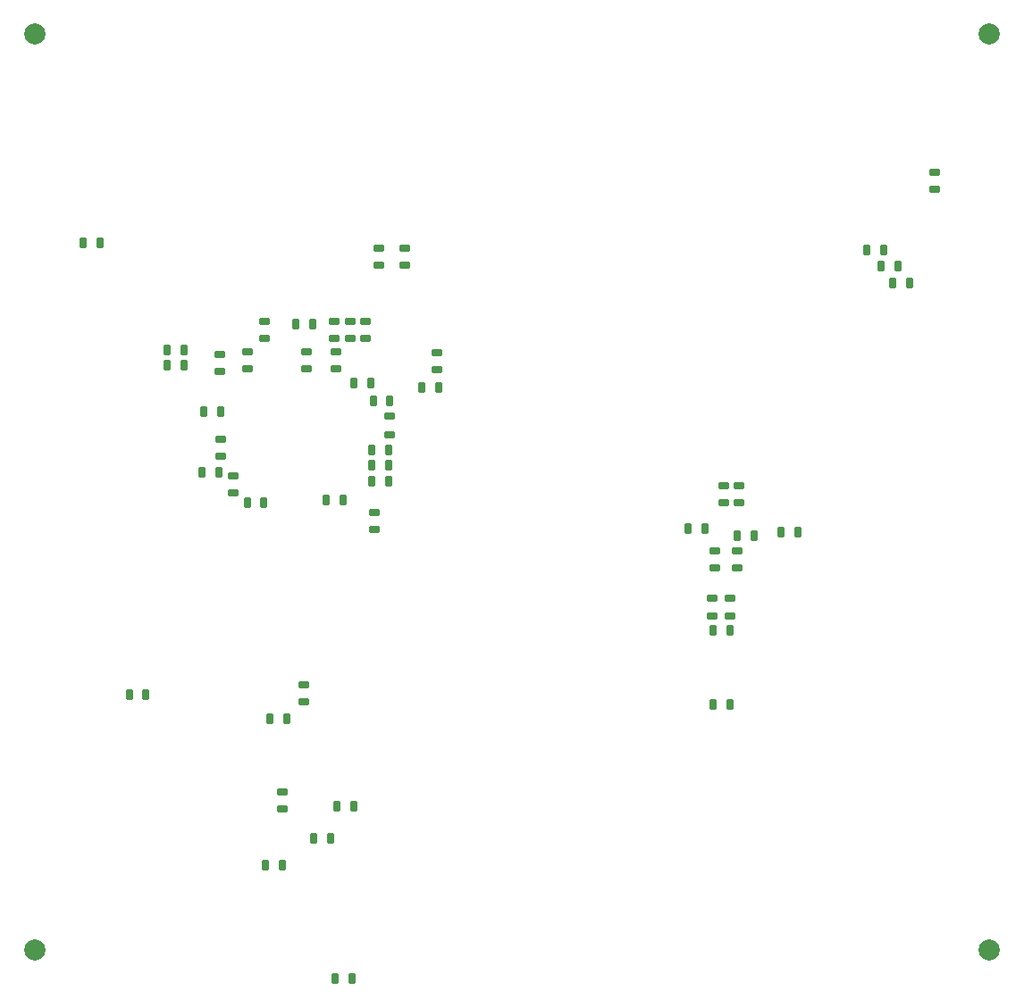
<source format=gbp>
G04 ================== begin FILE IDENTIFICATION RECORD ==================*
G04 Layout Name:  Beamforming_PCB_Ver1_0_1.brd*
G04 Film Name:    paste_bottom*
G04 File Format:  Gerber RS274X*
G04 File Origin:  Cadence Allegro 16.6-2015-S066*
G04 Origin Date:  Thu Mar 18 00:04:30 2021*
G04 *
G04 Layer:  VIA CLASS/PASTEMASK_BOTTOM*
G04 Layer:  PIN/PASTEMASK_BOTTOM*
G04 Layer:  PACKAGE GEOMETRY/PASTEMASK_BOTTOM*
G04 *
G04 Offset:    (0.00 0.00)*
G04 Mirror:    No*
G04 Mode:      Positive*
G04 Rotation:  0*
G04 FullContactRelief:  No*
G04 UndefLineWidth:     0.00*
G04 ================== end FILE IDENTIFICATION RECORD ====================*
%FSLAX25Y25*MOIN*%
%IR0*IPPOS*OFA0.00000B0.00000*MIA0B0*SFA1.00000B1.00000*%
%AMMACRO12*
4,1,44,.00984,-.0187,
-.00984,-.0187,
-.010524,-.018641,
-.011187,-.018464,
-.011809,-.018174,
-.012371,-.017781,
-.012857,-.017296,
-.013251,-.016734,
-.013542,-.016113,
-.01372,-.01545,
-.01378,-.014766,
-.01378,-.01476,
-.01378,.01476,
-.013721,.015444,
-.013544,.016107,
-.013254,.016729,
-.012861,.017291,
-.012376,.017777,
-.011814,.018171,
-.011193,.018462,
-.01053,.01864,
-.009846,.0187,
-.00984,.0187,
.00984,.0187,
.010524,.018641,
.011187,.018464,
.011809,.018174,
.012371,.017781,
.012857,.017296,
.013251,.016734,
.013542,.016113,
.01372,.01545,
.01378,.014766,
.01378,.01476,
.01378,-.01476,
.013721,-.015444,
.013544,-.016107,
.013254,-.016729,
.012861,-.017291,
.012376,-.017777,
.011814,-.018171,
.011193,-.018462,
.01053,-.01864,
.009846,-.0187,
.00984,-.0187,
0.0*
%
%ADD12MACRO12*%
%ADD10C,.07874*%
%AMMACRO15*
4,1,40,-.0185,-.00787,
-.0185,.00787,
-.018441,.008553,
-.018264,.009216,
-.017975,.009838,
-.017582,.010401,
-.017098,.010886,
-.016536,.01128,
-.015915,.011571,
-.015253,.011749,
-.01457,.01181,
.01457,.01181,
.015253,.011749,
.015916,.011571,
.016537,.01128,
.017098,.010886,
.017583,.0104,
.017975,.009838,
.018264,.009216,
.018441,.008553,
.0185,.00787,
.0185,-.00787,
.018441,-.008553,
.018264,-.009216,
.017975,-.009838,
.017582,-.010401,
.017098,-.010886,
.016536,-.01128,
.015915,-.011571,
.015253,-.011749,
.01457,-.01181,
-.01457,-.01181,
-.015253,-.011749,
-.015916,-.011571,
-.016537,-.01128,
-.017098,-.010886,
-.017583,-.0104,
-.017975,-.009838,
-.018264,-.009216,
-.018441,-.008553,
-.0185,-.00787,
0.0*
%
%ADD15MACRO15*%
%AMMACRO13*
4,1,44,-.0187,-.00984,
-.0187,.00984,
-.018641,.010524,
-.018464,.011187,
-.018174,.011809,
-.017781,.012371,
-.017296,.012857,
-.016734,.013251,
-.016113,.013542,
-.01545,.01372,
-.014766,.01378,
-.01476,.01378,
.01476,.01378,
.015444,.013721,
.016107,.013544,
.016729,.013254,
.017291,.012861,
.017777,.012376,
.018171,.011814,
.018462,.011193,
.01864,.01053,
.0187,.009846,
.0187,.00984,
.0187,-.00984,
.018641,-.010524,
.018464,-.011187,
.018174,-.011809,
.017781,-.012371,
.017296,-.012857,
.016734,-.013251,
.016113,-.013542,
.01545,-.01372,
.014766,-.01378,
.01476,-.01378,
-.01476,-.01378,
-.015444,-.013721,
-.016107,-.013544,
-.016729,-.013254,
-.017291,-.012861,
-.017777,-.012376,
-.018171,-.011814,
-.018462,-.011193,
-.01864,-.01053,
-.0187,-.009846,
-.0187,-.00984,
0.0*
%
%ADD13MACRO13*%
%AMMACRO11*
4,1,44,-.00984,.0187,
.00984,.0187,
.010524,.018641,
.011187,.018464,
.011809,.018174,
.012371,.017781,
.012857,.017296,
.013251,.016734,
.013542,.016113,
.01372,.01545,
.01378,.014766,
.01378,.01476,
.01378,-.01476,
.013721,-.015444,
.013544,-.016107,
.013254,-.016729,
.012861,-.017291,
.012376,-.017777,
.011814,-.018171,
.011193,-.018462,
.01053,-.01864,
.009846,-.0187,
.00984,-.0187,
-.00984,-.0187,
-.010524,-.018641,
-.011187,-.018464,
-.011809,-.018174,
-.012371,-.017781,
-.012857,-.017296,
-.013251,-.016734,
-.013542,-.016113,
-.01372,-.01545,
-.01378,-.014766,
-.01378,-.01476,
-.01378,.01476,
-.013721,.015444,
-.013544,.016107,
-.013254,.016729,
-.012861,.017291,
-.012376,.017777,
-.011814,.018171,
-.011193,.018462,
-.01053,.01864,
-.009846,.0187,
-.00984,.0187,
0.0*
%
%ADD11MACRO11*%
%AMMACRO16*
4,1,40,.0185,.00787,
.0185,-.00787,
.018441,-.008553,
.018264,-.009216,
.017975,-.009838,
.017582,-.010401,
.017098,-.010886,
.016536,-.01128,
.015915,-.011571,
.015253,-.011749,
.01457,-.01181,
-.01457,-.01181,
-.015253,-.011749,
-.015916,-.011571,
-.016537,-.01128,
-.017098,-.010886,
-.017583,-.0104,
-.017975,-.009838,
-.018264,-.009216,
-.018441,-.008553,
-.0185,-.00787,
-.0185,.00787,
-.018441,.008553,
-.018264,.009216,
-.017975,.009838,
-.017582,.010401,
-.017098,.010886,
-.016536,.01128,
-.015915,.011571,
-.015253,.011749,
-.01457,.01181,
.01457,.01181,
.015253,.011749,
.015916,.011571,
.016537,.01128,
.017098,.010886,
.017583,.0104,
.017975,.009838,
.018264,.009216,
.018441,.008553,
.0185,.00787,
0.0*
%
%ADD16MACRO16*%
%AMMACRO14*
4,1,44,.0187,.00984,
.0187,-.00984,
.018641,-.010524,
.018464,-.011187,
.018174,-.011809,
.017781,-.012371,
.017296,-.012857,
.016734,-.013251,
.016113,-.013542,
.01545,-.01372,
.014766,-.01378,
.01476,-.01378,
-.01476,-.01378,
-.015444,-.013721,
-.016107,-.013544,
-.016729,-.013254,
-.017291,-.012861,
-.017777,-.012376,
-.018171,-.011814,
-.018462,-.011193,
-.01864,-.01053,
-.0187,-.009846,
-.0187,-.00984,
-.0187,.00984,
-.018641,.010524,
-.018464,.011187,
-.018174,.011809,
-.017781,.012371,
-.017296,.012857,
-.016734,.013251,
-.016113,.013542,
-.01545,.01372,
-.014766,.01378,
-.01476,.01378,
.01476,.01378,
.015444,.013721,
.016107,.013544,
.016729,.013254,
.017291,.012861,
.017777,.012376,
.018171,.011814,
.018462,.011193,
.01864,.01053,
.0187,.009846,
.0187,.00984,
0.0*
%
%ADD14MACRO14*%
%LPD*%
G75*
G54D10*
X18900Y42700D03*
Y384800D03*
X374800Y42700D03*
Y384800D03*
G54D11*
X36750Y306900D03*
X43050D03*
X81250Y221000D03*
X81750Y243800D03*
X87550Y221000D03*
X88050Y243800D03*
X104750Y74400D03*
X106650Y129100D03*
X111050Y74400D03*
X112950Y129100D03*
X116250Y276600D03*
X122750Y84500D03*
X122550Y276600D03*
X129050Y84500D03*
X127550Y210700D03*
X130750Y32000D03*
X131450Y96400D03*
X133850Y210700D03*
X137050Y32000D03*
X137750Y96400D03*
X137850Y254500D03*
X144150D03*
X163250Y252900D03*
X169550D03*
X262650Y200100D03*
X268950D03*
X271850Y134400D03*
X278150D03*
X280950Y197600D03*
X287250D03*
X297150Y198700D03*
X303450D03*
G54D12*
X54050Y138100D03*
X60350D03*
X68350Y261100D03*
X68150Y266900D03*
X74650Y261100D03*
X74450Y266900D03*
X98050Y209700D03*
X104350D03*
X144550Y217800D03*
Y223700D03*
Y229500D03*
X145050Y247900D03*
X150850Y217800D03*
Y223700D03*
Y229500D03*
X151350Y247900D03*
X271950Y162100D03*
X278250D03*
X329150Y304100D03*
X334650Y298100D03*
X335450Y304100D03*
X338950Y291700D03*
X340950Y298100D03*
X345250Y291700D03*
G54D13*
X88100Y227150D03*
Y233450D03*
X92800Y213550D03*
Y219850D03*
X111100Y95650D03*
Y101950D03*
X147200Y298550D03*
Y304850D03*
X157000Y298650D03*
Y304950D03*
X272600Y185450D03*
Y191750D03*
X281000Y185450D03*
Y191750D03*
X354400Y326850D03*
Y333150D03*
G54D14*
X88000Y258950D03*
Y265250D03*
X98300Y259750D03*
Y266050D03*
X104400Y271050D03*
Y277350D03*
X119200Y135550D03*
Y141850D03*
X120100Y259750D03*
Y266050D03*
X131200Y259850D03*
Y266150D03*
X130500Y271150D03*
Y277450D03*
X136400Y271150D03*
Y277450D03*
X142200Y271150D03*
Y277450D03*
X145500Y199750D03*
Y206050D03*
X168900Y259550D03*
Y265850D03*
X275884Y209850D03*
Y216150D03*
X281592Y209850D03*
Y216150D03*
G54D15*
X151300Y235194D03*
Y242006D03*
X278300Y167394D03*
Y174206D03*
G54D16*
X271600Y167394D03*
Y174206D03*
M02*

</source>
